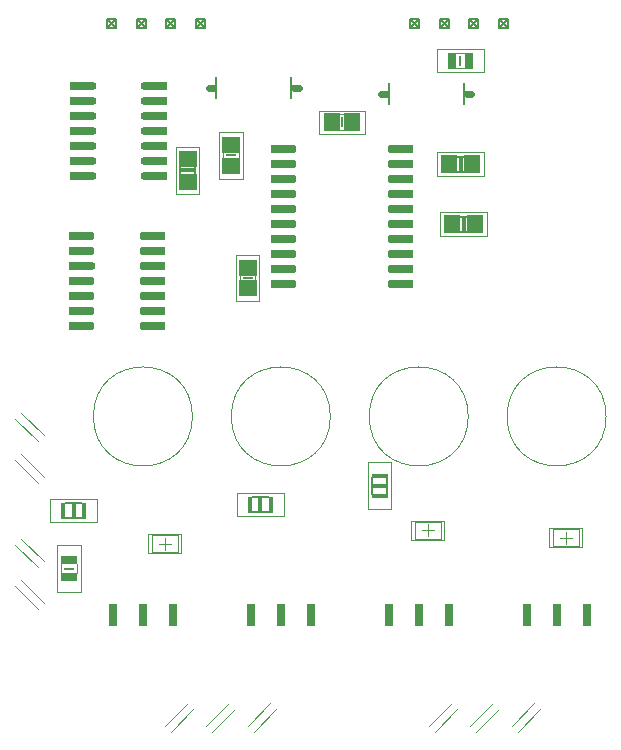
<source format=gtp>
%FSLAX24Y24*%
%MOIN*%
G70*
G01*
G75*
G04 Layer_Color=8421504*
%ADD10R,0.0800X0.0260*%
%ADD11R,0.0520X0.0600*%
%ADD12R,0.0520X0.0630*%
%ADD13R,0.0600X0.0520*%
%ADD14R,0.0630X0.0520*%
%ADD15C,0.0350*%
%ADD16C,0.0700*%
%ADD17C,0.0600*%
%ADD18R,0.0079X0.0318*%
%ADD19R,0.0159X0.0476*%
%ADD20R,0.0318X0.0079*%
%ADD21R,0.0476X0.0159*%
%ADD22R,0.0079X0.0318*%
%ADD23C,0.0000*%
%ADD24C,0.0039*%
%ADD25C,0.0240*%
%ADD26C,0.0060*%
%ADD27C,0.0040*%
%ADD28R,0.0100X0.0240*%
%ADD29R,0.0450X0.0200*%
%ADD30R,0.0300X0.0575*%
%ADD31R,0.0295X0.0575*%
%ADD32R,0.0140X0.0560*%
%ADD33R,0.0575X0.0300*%
%ADD34R,0.0575X0.0295*%
%ADD35R,0.0580X0.0200*%
%ADD36R,0.0300X0.0750*%
%ADD37R,0.0560X0.0140*%
%ADD38C,0.0020*%
%ADD39R,0.1500X0.1500*%
G04:AMPARAMS|DCode=40|XSize=48mil|YSize=48mil|CornerRadius=0mil|HoleSize=0mil|Usage=FLASHONLY|Rotation=180.000|XOffset=0mil|YOffset=0mil|HoleType=Round|Shape=Octagon|*
%AMOCTAGOND40*
4,1,8,-0.0240,0.0120,-0.0240,-0.0120,-0.0120,-0.0240,0.0120,-0.0240,0.0240,-0.0120,0.0240,0.0120,0.0120,0.0240,-0.0120,0.0240,-0.0240,0.0120,0.0*
%
%ADD40OCTAGOND40*%

%ADD41C,0.1300*%
%ADD42O,0.0660X0.1320*%
%ADD43C,0.0670*%
%ADD44O,0.0600X0.1200*%
%ADD45C,0.0500*%
%ADD46R,0.0433X0.0551*%
%ADD47C,0.0650*%
%ADD48C,0.0100*%
%ADD49C,0.0034*%
%ADD50R,0.0050X0.0200*%
%ADD51R,0.0500X0.1100*%
%ADD52R,0.0300X0.0250*%
D10*
X6010Y15250D02*
D03*
X3590D02*
D03*
X6010Y15750D02*
D03*
Y16250D02*
D03*
X3590Y15750D02*
D03*
Y16250D02*
D03*
X6010Y16750D02*
D03*
X3590D02*
D03*
X6010Y17250D02*
D03*
Y17750D02*
D03*
X3590Y17250D02*
D03*
Y17750D02*
D03*
X6010Y18250D02*
D03*
X3590D02*
D03*
X6060Y20250D02*
D03*
X3640D02*
D03*
X6060Y20750D02*
D03*
Y21250D02*
D03*
X3640Y20750D02*
D03*
Y21250D02*
D03*
X6060Y21750D02*
D03*
X3640D02*
D03*
X6060Y22250D02*
D03*
Y22750D02*
D03*
X3640Y22250D02*
D03*
Y22750D02*
D03*
X6060Y23250D02*
D03*
X3640D02*
D03*
X14280Y16650D02*
D03*
Y17150D02*
D03*
X10320Y16650D02*
D03*
Y17150D02*
D03*
X14280Y21150D02*
D03*
Y20650D02*
D03*
Y20150D02*
D03*
Y19650D02*
D03*
Y19150D02*
D03*
Y18650D02*
D03*
Y18150D02*
D03*
Y17650D02*
D03*
X10320D02*
D03*
Y18150D02*
D03*
Y18650D02*
D03*
Y19150D02*
D03*
Y19650D02*
D03*
Y20150D02*
D03*
Y20650D02*
D03*
Y21150D02*
D03*
D11*
X11960Y22050D02*
D03*
X12635D02*
D03*
D12*
X16630Y20650D02*
D03*
X15876D02*
D03*
X16730Y18650D02*
D03*
X15976D02*
D03*
D13*
X9150Y17190D02*
D03*
Y16515D02*
D03*
X8600Y20600D02*
D03*
Y21275D02*
D03*
D14*
X7150Y20070D02*
D03*
Y20824D02*
D03*
D18*
X12300Y22049D02*
D03*
D19*
X16251Y20652D02*
D03*
X16351Y18652D02*
D03*
X3349Y9102D02*
D03*
X9579Y9302D02*
D03*
D20*
X9149Y16850D02*
D03*
X3201Y7160D02*
D03*
X8601Y20940D02*
D03*
D21*
X13548Y9929D02*
D03*
X7152Y20449D02*
D03*
D22*
X16235Y24099D02*
D03*
D23*
X7311Y12239D02*
G03*
X7311Y12239I-1650J0D01*
G01*
X11907D02*
G03*
X11907Y12239I-1650J0D01*
G01*
X16504D02*
G03*
X16504Y12239I-1650J0D01*
G01*
X21100D02*
G03*
X21100Y12239I-1650J0D01*
G01*
X7311D02*
G03*
X7311Y12239I-1650J0D01*
G01*
X11907D02*
G03*
X11907Y12239I-1650J0D01*
G01*
X16504D02*
G03*
X16504Y12239I-1650J0D01*
G01*
X21100D02*
G03*
X21100Y12239I-1650J0D01*
G01*
D24*
X19317Y8485D02*
X20183D01*
X19317Y7915D02*
X20183D01*
Y8485D01*
X19317Y7915D02*
Y8485D01*
X14717Y8735D02*
X15583D01*
X14717Y8165D02*
X15583D01*
Y8735D01*
X14717Y8165D02*
Y8735D01*
X5962Y7715D02*
X6828D01*
X5962Y8285D02*
X6828D01*
X5962Y7715D02*
Y8285D01*
X6828Y7715D02*
Y8285D01*
X19750Y8003D02*
Y8397D01*
X19553Y8200D02*
X19947D01*
X19199Y8515D02*
X20301D01*
X19199Y7885D02*
X20301D01*
Y8515D01*
X19199Y7885D02*
Y8515D01*
X15150Y8253D02*
Y8647D01*
X14953Y8450D02*
X15347D01*
X14599Y8765D02*
X15701D01*
X14599Y8135D02*
X15701D01*
Y8765D01*
X14599Y8135D02*
Y8765D01*
X6395Y7803D02*
Y8197D01*
X6198Y8000D02*
X6592D01*
X5844Y7685D02*
X6946D01*
X5844Y8315D02*
X6946D01*
X5844Y7685D02*
Y8315D01*
X6946Y7685D02*
Y8315D01*
D25*
X7850Y23200D02*
X8000D01*
X10700D02*
X10850D01*
X13600Y23000D02*
X13750D01*
X16450D02*
X16600D01*
D26*
X8100Y22850D02*
Y23550D01*
X10600Y22850D02*
Y23550D01*
X13850Y22650D02*
Y23350D01*
X16350Y22650D02*
Y23350D01*
X15970Y20400D02*
X16530D01*
X15970Y20900D02*
X16530D01*
X16070Y18400D02*
X16630D01*
X16070Y18900D02*
X16630D01*
X13800Y9650D02*
Y10210D01*
X13300Y9650D02*
Y10210D01*
X3070Y8850D02*
X3630D01*
X3070Y9350D02*
X3630D01*
X9300Y9050D02*
X9860D01*
X9300Y9550D02*
X9860D01*
X15550Y25500D02*
X15850D01*
X15550Y25200D02*
X15850Y25500D01*
X15550D02*
X15850Y25200D01*
X15550D02*
Y25500D01*
Y25200D02*
X15850D01*
Y25500D01*
X14570D02*
X14870D01*
X14570Y25200D02*
X14870Y25500D01*
X14570D02*
X14870Y25200D01*
X14570D02*
Y25500D01*
Y25200D02*
X14870D01*
Y25500D01*
X17524D02*
X17824Y25200D01*
X17524D02*
X17824Y25500D01*
X17524D02*
X17824D01*
Y25200D02*
Y25500D01*
X17524Y25200D02*
X17824D01*
X17524D02*
Y25500D01*
X16533Y25200D02*
X16833Y25500D01*
X16533D02*
X16833Y25200D01*
Y25500D01*
X16533Y25200D02*
X16833D01*
X16533D02*
Y25500D01*
X16833D01*
X6900Y20170D02*
Y20730D01*
X7400Y20170D02*
Y20730D01*
X5458Y25500D02*
X5758D01*
X5458Y25200D02*
X5758Y25500D01*
X5458D02*
X5758Y25200D01*
X5458D02*
Y25500D01*
Y25200D02*
X5758D01*
Y25500D01*
X4478D02*
X4778D01*
X4478Y25200D02*
X4778Y25500D01*
X4478D02*
X4778Y25200D01*
X4478D02*
Y25500D01*
Y25200D02*
X4778D01*
Y25500D01*
X7431D02*
X7732Y25200D01*
X7431D02*
X7732Y25500D01*
X7431D02*
X7732D01*
Y25200D02*
Y25500D01*
X7431Y25200D02*
X7732D01*
X7431D02*
Y25500D01*
X6441Y25200D02*
X6741Y25500D01*
X6441D02*
X6741Y25200D01*
Y25500D01*
X6441Y25200D02*
X6741D01*
X6441D02*
Y25500D01*
X6741D01*
D27*
X12150Y22310D02*
X12440D01*
X12150Y21790D02*
X12450D01*
X9410Y16710D02*
Y17000D01*
X8890Y16700D02*
Y17000D01*
X2940Y7020D02*
Y7310D01*
X3460Y7010D02*
Y7310D01*
X9350Y1736D02*
X10110Y2490D01*
X9160Y1931D02*
X9910Y2690D01*
X7970Y1736D02*
X8730Y2490D01*
X7775Y1931D02*
X8530Y2690D01*
X6592Y1736D02*
X7344Y2490D01*
X6397Y1931D02*
X7152Y2690D01*
X18150Y1736D02*
X18910Y2490D01*
X17960Y1931D02*
X18710Y2690D01*
X16770Y1736D02*
X17530Y2490D01*
X16575Y1931D02*
X17330Y2690D01*
X15392Y1736D02*
X16144Y2490D01*
X15197Y1931D02*
X15952Y2690D01*
X1610Y12370D02*
X2364Y11610D01*
X1410Y12170D02*
X2169Y11420D01*
X1610Y10983D02*
X2364Y10231D01*
X1410Y10791D02*
X2169Y10036D01*
X1610Y8170D02*
X2364Y7410D01*
X1410Y7970D02*
X2169Y7220D01*
X1610Y6783D02*
X2364Y6031D01*
X1410Y6591D02*
X2169Y5836D01*
X8340Y20790D02*
Y21080D01*
X8860Y20790D02*
Y21090D01*
X16094Y24360D02*
X16385D01*
X16085Y23840D02*
X16385D01*
D28*
X8050Y23200D02*
D03*
X10650D02*
D03*
X13800Y23000D02*
D03*
X16400D02*
D03*
D29*
X3805Y15250D02*
D03*
Y15750D02*
D03*
Y16250D02*
D03*
X5795Y15250D02*
D03*
Y15750D02*
D03*
Y16250D02*
D03*
Y18250D02*
D03*
Y17750D02*
D03*
Y17250D02*
D03*
X3805Y16750D02*
D03*
X3815Y17250D02*
D03*
X3805Y17750D02*
D03*
Y18250D02*
D03*
X5795Y16750D02*
D03*
X3855Y20250D02*
D03*
Y20750D02*
D03*
Y21250D02*
D03*
X5845Y20250D02*
D03*
Y20750D02*
D03*
Y21250D02*
D03*
Y23250D02*
D03*
Y22750D02*
D03*
Y22250D02*
D03*
X3855Y21750D02*
D03*
X3865Y22250D02*
D03*
X3855Y22750D02*
D03*
Y23250D02*
D03*
X5845Y21750D02*
D03*
D30*
X12010Y22048D02*
D03*
X16525Y24097D02*
D03*
D31*
X12582Y22048D02*
D03*
X15952Y24097D02*
D03*
D32*
X16590Y20650D02*
D03*
X15910D02*
D03*
X16690Y18650D02*
D03*
X16010D02*
D03*
X3010Y9100D02*
D03*
X3690D02*
D03*
X9240Y9300D02*
D03*
X9920D02*
D03*
D33*
X9147Y17140D02*
D03*
X3203Y7450D02*
D03*
X8602Y20650D02*
D03*
D34*
X9147Y16568D02*
D03*
X3203Y6878D02*
D03*
X8602Y21222D02*
D03*
D35*
X10490Y16650D02*
D03*
Y17150D02*
D03*
X14110Y16650D02*
D03*
Y17150D02*
D03*
Y17650D02*
D03*
Y18150D02*
D03*
Y18650D02*
D03*
Y19150D02*
D03*
Y19650D02*
D03*
Y20150D02*
D03*
Y20650D02*
D03*
Y21150D02*
D03*
X10490Y17650D02*
D03*
Y18150D02*
D03*
Y18650D02*
D03*
Y19150D02*
D03*
Y19650D02*
D03*
Y20150D02*
D03*
Y20650D02*
D03*
Y21150D02*
D03*
D36*
X6661Y5614D02*
D03*
X5661D02*
D03*
X4661D02*
D03*
X11257D02*
D03*
X10257D02*
D03*
X9257D02*
D03*
X15854D02*
D03*
X14854D02*
D03*
X13854D02*
D03*
X20450D02*
D03*
X19450D02*
D03*
X18450D02*
D03*
D37*
X13550Y9590D02*
D03*
Y10270D02*
D03*
X7150Y20110D02*
D03*
Y20790D02*
D03*
D38*
X11520Y21660D02*
Y22437D01*
X13077Y21660D02*
Y22437D01*
X11520D02*
X13077D01*
X11520Y21660D02*
X13077D01*
X17030Y20263D02*
Y21040D01*
X15473Y20263D02*
Y21040D01*
Y20263D02*
X17030D01*
X15473Y21040D02*
X17030D01*
X17130Y18263D02*
Y19040D01*
X15573Y18263D02*
Y19040D01*
Y18263D02*
X17130D01*
X15573Y19040D02*
X17130D01*
X8760Y17630D02*
X9537D01*
X8760Y16073D02*
X9537D01*
Y17630D01*
X8760Y16073D02*
Y17630D01*
X13160Y9150D02*
X13937D01*
X13160Y10707D02*
X13937D01*
Y9150D02*
Y10707D01*
X13160Y9150D02*
Y10707D01*
X2570Y8713D02*
Y9490D01*
X4127Y8713D02*
Y9490D01*
X2570Y8713D02*
X4127D01*
X2570Y9490D02*
X4127D01*
X2813Y7940D02*
X3590D01*
X2813Y6383D02*
X3590D01*
X2813D02*
Y7940D01*
X3590Y6383D02*
Y7940D01*
X8800Y8913D02*
Y9690D01*
X10357Y8913D02*
Y9690D01*
X8800Y8913D02*
X10357D01*
X8800Y9690D02*
X10357D01*
X8213Y20160D02*
X8990D01*
X8213Y21717D02*
X8990D01*
X8213Y20160D02*
Y21717D01*
X8990Y20160D02*
Y21717D01*
X6763Y19670D02*
X7540D01*
X6763Y21227D02*
X7540D01*
X6763Y19670D02*
Y21227D01*
X7540Y19670D02*
Y21227D01*
X17015Y23710D02*
Y24487D01*
X15458Y23710D02*
Y24487D01*
X17015D01*
X15458Y23710D02*
X17015D01*
M02*

</source>
